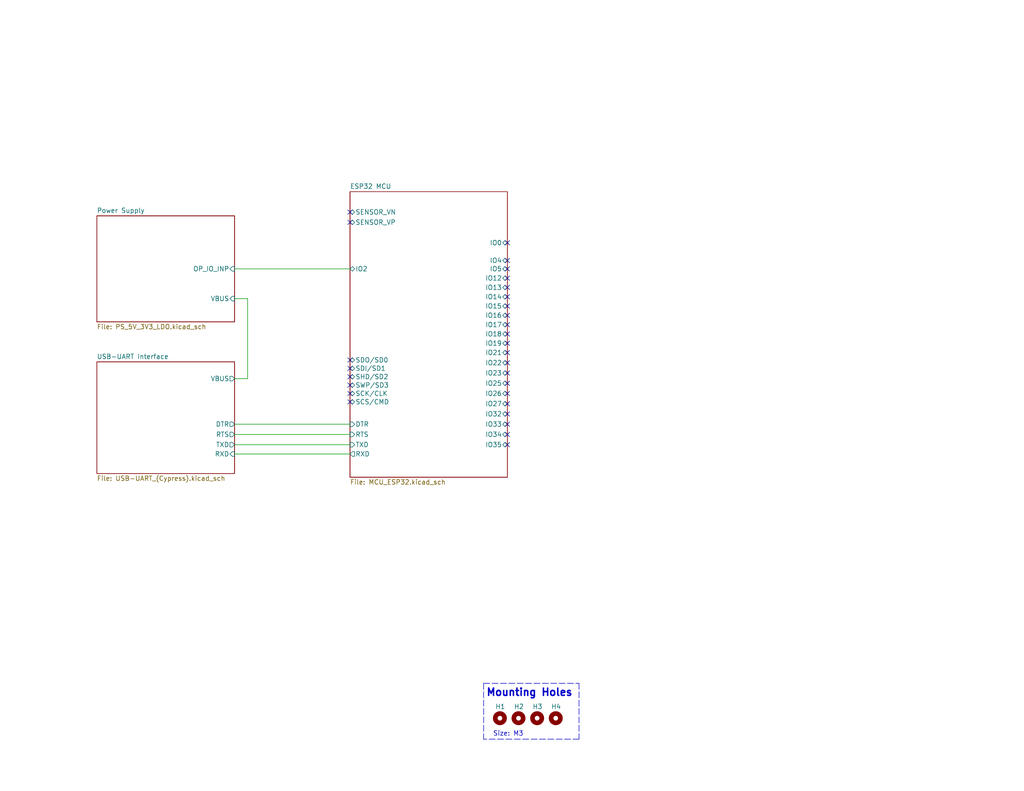
<source format=kicad_sch>
(kicad_sch (version 20211123) (generator eeschema)
  (paper "USLetter")
  (title_block (title "ESP32 Base Design w/ Cypress USB-UART Interface") (date "2022-11-29") (rev "1.2"))
  (lib_symbols
    (symbol "Mechanical:MountingHole" (pin_names (offset 1.016))
      (property "Reference" "H" (at 0 5.08 0))
      (property "Value" "MountingHole" (at 0 3.175 0))
      (symbol "MountingHole_0_1"
        (circle (center 0 0) (radius 1.27) (stroke (width 1.27)))
      )
    )
  )
  (no_connect (at 138.43 73.406))
  (no_connect (at 138.43 66.294))
  (no_connect (at 138.43 83.566))
  (no_connect (at 138.43 75.946))
  (no_connect (at 138.43 78.486))
  (no_connect (at 138.43 88.646))
  (no_connect (at 138.43 81.026))
  (no_connect (at 138.43 71.12))
  (no_connect (at 95.504 105.156))
  (no_connect (at 95.504 109.728))
  (no_connect (at 95.504 107.442))
  (no_connect (at 95.504 102.87))
  (no_connect (at 95.504 98.298))
  (no_connect (at 138.43 110.236))
  (no_connect (at 138.43 121.412))
  (no_connect (at 138.43 107.442))
  (no_connect (at 138.43 113.03))
  (no_connect (at 138.43 118.618))
  (no_connect (at 138.43 115.824))
  (no_connect (at 138.43 96.266))
  (no_connect (at 138.43 91.186))
  (no_connect (at 138.43 99.06))
  (no_connect (at 138.43 101.854))
  (no_connect (at 138.43 93.726))
  (no_connect (at 138.43 104.648))
  (no_connect (at 138.43 86.106))
  (no_connect (at 95.504 60.706))
  (no_connect (at 95.504 57.912))
  (no_connect (at 95.504 100.584))
  (polyline (pts (xy 157.988 201.803) (xy 131.953 201.803)))
  (wire (pts (xy 64.008 103.378) (xy 67.564 103.378)))
  (wire (pts (xy 64.008 123.952) (xy 95.504 123.952)))
  (wire (pts (xy 67.564 103.378) (xy 67.564 81.534)))
  (polyline (pts (xy 131.953 186.563) (xy 131.953 201.803)))
  (polyline (pts (xy 157.988 186.563) (xy 157.988 201.803)))
  (wire (pts (xy 64.008 121.412) (xy 95.504 121.412)))
  (wire (pts (xy 64.008 115.824) (xy 95.504 115.824)))
  (polyline (pts (xy 131.953 186.563) (xy 157.988 186.563)))
  (wire (pts (xy 64.008 73.406) (xy 95.504 73.406)))
  (wire (pts (xy 67.564 81.534) (xy 64.008 81.534)))
  (wire (pts (xy 64.008 118.618) (xy 95.504 118.618)))
  (text "Mounting Holes\n" (at 132.588 190.373 0) (effects (font (size 2 2) (thickness 0.4) bold) (justify left bottom)))
  (text "Size: M3" (at 134.493 201.168 0) (effects (font (size 1.27 1.27)) (justify left bottom)))
  (symbol (lib_id "Mechanical:MountingHole") (at 141.478 196.088 0) (unit 1)
    (property "Reference" "H2" (at 140.208 192.913 0) (effects (justify left)))
    (property "Value" "MountingHole" (effects hide))
    (property "Footprint" "MountingHole:MountingHole_3.2mm_M3" (effects hide))
  )
  (symbol (lib_id "Mechanical:MountingHole") (at 136.398 196.088 0) (unit 1)
    (property "Reference" "H1" (at 135.128 192.913 0) (effects (justify left)))
    (property "Value" "MountingHole" (effects hide))
    (property "Footprint" "MountingHole:MountingHole_3.2mm_M3" (effects hide))
  )
  (symbol (lib_id "Mechanical:MountingHole") (at 146.558 196.088 0) (unit 1)
    (property "Reference" "H3" (at 145.288 192.913 0) (effects (justify left)))
    (property "Value" "MountingHole" (effects hide))
    (property "Footprint" "MountingHole:MountingHole_3.2mm_M3" (effects hide))
  )
  (symbol (lib_id "Mechanical:MountingHole") (at 151.638 196.088 0) (unit 1)
    (property "Reference" "H4" (at 150.368 192.913 0) (effects (justify left)))
    (property "Value" "MountingHole" (effects hide))
    (property "Footprint" "MountingHole:MountingHole_3.2mm_M3" (effects hide))
  )
  (sheet (at 95.504 52.324) (size 42.926 77.978) (stroke (width 0.1524))
    (property "Sheet name" "ESP32 MCU" (at 95.504 51.6124 0) (effects (justify left bottom)))
    (property "Sheet file" "MCU_ESP32.kicad_sch" (at 95.504 130.8866 0) (effects (justify left top)))
    (pin "DTR" input (at 95.504 115.824 180))
    (pin "RTS" input (at 95.504 118.618 180))
    (pin "RXD" output (at 95.504 123.952 180))
    (pin "TXD" input (at 95.504 121.412 180))
    (pin "SENSOR_VP" bidirectional (at 95.504 60.706 180))
    (pin "SENSOR_VN" bidirectional (at 95.504 57.912 180))
    (pin "IO2" bidirectional (at 95.504 73.406 180))
    (pin "IO0" bidirectional (at 138.43 66.294 0))
    (pin "IO25" bidirectional (at 138.43 104.648 0))
    (pin "IO22" bidirectional (at 138.43 99.06 0))
    (pin "IO21" bidirectional (at 138.43 96.266 0))
    (pin "IO23" bidirectional (at 138.43 101.854 0))
    (pin "IO26" bidirectional (at 138.43 107.442 0))
    (pin "SCK{slash}CLK" bidirectional (at 95.504 107.442 180))
    (pin "SHD{slash}SD2" bidirectional (at 95.504 102.87 180))
    (pin "SDI{slash}SD1" bidirectional (at 95.504 100.584 180))
    (pin "SDO{slash}SD0" bidirectional (at 95.504 98.298 180))
    (pin "SWP{slash}SD3" bidirectional (at 95.504 105.156 180))
    (pin "SCS{slash}CMD" bidirectional (at 95.504 109.728 180))
    (pin "IO34" bidirectional (at 138.43 118.618 0))
    (pin "IO27" bidirectional (at 138.43 110.236 0))
    (pin "IO32" bidirectional (at 138.43 113.03 0))
    (pin "IO33" bidirectional (at 138.43 115.824 0))
    (pin "IO35" bidirectional (at 138.43 121.412 0))
    (pin "IO18" bidirectional (at 138.43 91.186 0))
    (pin "IO19" bidirectional (at 138.43 93.726 0))
    (pin "IO16" bidirectional (at 138.43 86.106 0))
    (pin "IO4" bidirectional (at 138.43 71.12 0))
    (pin "IO12" bidirectional (at 138.43 75.946 0))
    (pin "IO13" bidirectional (at 138.43 78.486 0))
    (pin "IO15" bidirectional (at 138.43 83.566 0))
    (pin "IO5" bidirectional (at 138.43 73.406 0))
    (pin "IO14" bidirectional (at 138.43 81.026 0))
    (pin "IO17" bidirectional (at 138.43 88.646 0))
  )
  (sheet (at 26.416 98.806) (size 37.592 30.48) (stroke (width 0.1524))
    (property "Sheet name" "USB-UART Interface" (at 26.416 98.0944 0) (effects (justify left bottom)))
    (property "Sheet file" "USB-UART_(Cypress).kicad_sch" (at 26.416 129.8706 0) (effects (justify left top)))
    (pin "DTR" output (at 64.008 115.824 0))
    (pin "RTS" output (at 64.008 118.618 0))
    (pin "TXD" output (at 64.008 121.412 0))
    (pin "RXD" input (at 64.008 123.952 0))
    (pin "VBUS" output (at 64.008 103.378 0))
  )
  (sheet (at 26.416 58.928) (size 37.592 28.956) (stroke (width 0.1524))
    (property "Sheet name" "Power Supply" (at 26.416 58.2164 0) (effects (justify left bottom)))
    (property "Sheet file" "PS_5V_3V3_LDO.kicad_sch" (at 26.416 88.4686 0) (effects (justify left top)))
    (pin "VBUS" input (at 64.008 81.534 0))
    (pin "OP_IO_INP" input (at 64.008 73.406 0))
  )
)
</source>
